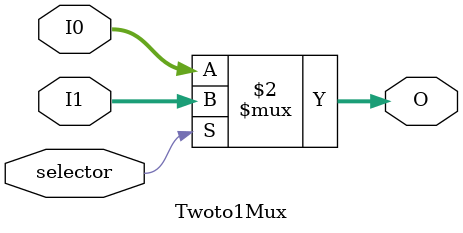
<source format=v>
`timescale 1ns / 1ps

module Twoto1Mux(input [3:0] I0, input [3:0] I1, input selector, output [3:0] O);

assign O = (selector == 1) ? (I1) : I0;
  
endmodule // 2to1Mux

</source>
